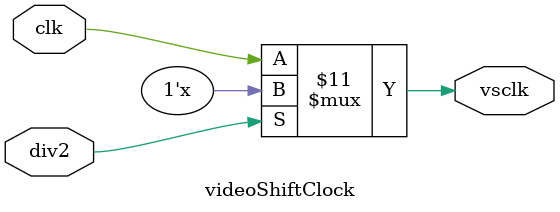
<source format=v>
module videoShiftClock(
	input clk,
	input div2,
	output reg vsclk
);

initial begin
	vsclk = 0;
end

always @(clk, div2) begin
	if (div2) begin
		if (clk)
			vsclk = ~vsclk;
	end else begin
		vsclk = clk;
	end
end

endmodule
</source>
